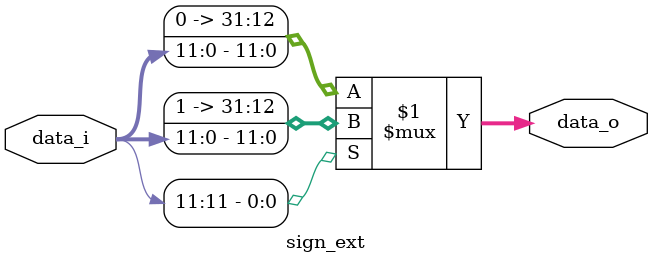
<source format=v>
`ifndef SIGN_EXT_GUARD
`define SIGN_EXT_GUARD

module sign_ext
  #(
    parameter XLEN = 32,
    parameter INPUT_LEN = 12
  )
  (
    input wire [INPUT_LEN-1:0] data_i,
    output wire [XLEN-1:0] data_o
  );

  assign data_o = data_i[INPUT_LEN-1] ? 
    {{XLEN-INPUT_LEN{1'b1}}, data_i}  :
    {{XLEN-INPUT_LEN{1'b0}}, data_i}  ;

endmodule`endif // SIGN_EXT_GUARD

</source>
